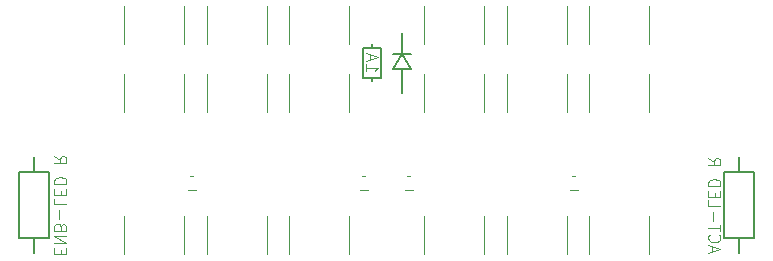
<source format=gbo>
%TF.GenerationSoftware,KiCad,Pcbnew,4.0.7*%
%TF.CreationDate,2017-10-24T10:16:06+09:00*%
%TF.ProjectId,RaSCSI,5261534353492E6B696361645F706362,rev?*%
%TF.FileFunction,Legend,Bot*%
%FSLAX46Y46*%
G04 Gerber Fmt 4.6, Leading zero omitted, Abs format (unit mm)*
G04 Created by KiCad (PCBNEW 4.0.7) date 10/24/17 10:16:06*
%MOMM*%
%LPD*%
G01*
G04 APERTURE LIST*
%ADD10C,0.100000*%
%ADD11C,0.150000*%
%ADD12C,0.120000*%
%ADD13C,1.924000*%
%ADD14C,3.399700*%
%ADD15R,1.050000X1.700000*%
%ADD16R,1.924000X1.924000*%
%ADD17R,1.200000X1.150000*%
%ADD18R,1.600000X1.770000*%
%ADD19R,1.924000X2.100000*%
G04 APERTURE END LIST*
D10*
X178649333Y-108116191D02*
X178649333Y-107640000D01*
X178363619Y-108211429D02*
X179363619Y-107878096D01*
X178363619Y-107544762D01*
X178458857Y-106640000D02*
X178411238Y-106687619D01*
X178363619Y-106830476D01*
X178363619Y-106925714D01*
X178411238Y-107068572D01*
X178506476Y-107163810D01*
X178601714Y-107211429D01*
X178792190Y-107259048D01*
X178935048Y-107259048D01*
X179125524Y-107211429D01*
X179220762Y-107163810D01*
X179316000Y-107068572D01*
X179363619Y-106925714D01*
X179363619Y-106830476D01*
X179316000Y-106687619D01*
X179268381Y-106640000D01*
X179363619Y-106354286D02*
X179363619Y-105782857D01*
X178363619Y-106068572D02*
X179363619Y-106068572D01*
X178744571Y-105449524D02*
X178744571Y-104687619D01*
X178363619Y-103735238D02*
X178363619Y-104211429D01*
X179363619Y-104211429D01*
X178887429Y-103401905D02*
X178887429Y-103068571D01*
X178363619Y-102925714D02*
X178363619Y-103401905D01*
X179363619Y-103401905D01*
X179363619Y-102925714D01*
X178363619Y-102497143D02*
X179363619Y-102497143D01*
X179363619Y-102259048D01*
X179316000Y-102116190D01*
X179220762Y-102020952D01*
X179125524Y-101973333D01*
X178935048Y-101925714D01*
X178792190Y-101925714D01*
X178601714Y-101973333D01*
X178506476Y-102020952D01*
X178411238Y-102116190D01*
X178363619Y-102259048D01*
X178363619Y-102497143D01*
X178363619Y-100163809D02*
X178839810Y-100497143D01*
X178363619Y-100735238D02*
X179363619Y-100735238D01*
X179363619Y-100354285D01*
X179316000Y-100259047D01*
X179268381Y-100211428D01*
X179173143Y-100163809D01*
X179030286Y-100163809D01*
X178935048Y-100211428D01*
X178887429Y-100259047D01*
X178839810Y-100354285D01*
X178839810Y-100735238D01*
X149407619Y-92217857D02*
X149407619Y-92789286D01*
X149407619Y-92503572D02*
X150407619Y-92503572D01*
X150264762Y-92598810D01*
X150169524Y-92694048D01*
X150121905Y-92789286D01*
X149693333Y-91836905D02*
X149693333Y-91360714D01*
X149407619Y-91932143D02*
X150407619Y-91598810D01*
X149407619Y-91265476D01*
X123515429Y-108235238D02*
X123515429Y-107901904D01*
X122991619Y-107759047D02*
X122991619Y-108235238D01*
X123991619Y-108235238D01*
X123991619Y-107759047D01*
X122991619Y-107330476D02*
X123991619Y-107330476D01*
X122991619Y-106759047D01*
X123991619Y-106759047D01*
X123515429Y-105949523D02*
X123467810Y-105806666D01*
X123420190Y-105759047D01*
X123324952Y-105711428D01*
X123182095Y-105711428D01*
X123086857Y-105759047D01*
X123039238Y-105806666D01*
X122991619Y-105901904D01*
X122991619Y-106282857D01*
X123991619Y-106282857D01*
X123991619Y-105949523D01*
X123944000Y-105854285D01*
X123896381Y-105806666D01*
X123801143Y-105759047D01*
X123705905Y-105759047D01*
X123610667Y-105806666D01*
X123563048Y-105854285D01*
X123515429Y-105949523D01*
X123515429Y-106282857D01*
X123372571Y-105282857D02*
X123372571Y-104520952D01*
X122991619Y-103568571D02*
X122991619Y-104044762D01*
X123991619Y-104044762D01*
X123515429Y-103235238D02*
X123515429Y-102901904D01*
X122991619Y-102759047D02*
X122991619Y-103235238D01*
X123991619Y-103235238D01*
X123991619Y-102759047D01*
X122991619Y-102330476D02*
X123991619Y-102330476D01*
X123991619Y-102092381D01*
X123944000Y-101949523D01*
X123848762Y-101854285D01*
X123753524Y-101806666D01*
X123563048Y-101759047D01*
X123420190Y-101759047D01*
X123229714Y-101806666D01*
X123134476Y-101854285D01*
X123039238Y-101949523D01*
X122991619Y-102092381D01*
X122991619Y-102330476D01*
X122991619Y-99997142D02*
X123467810Y-100330476D01*
X122991619Y-100568571D02*
X123991619Y-100568571D01*
X123991619Y-100187618D01*
X123944000Y-100092380D01*
X123896381Y-100044761D01*
X123801143Y-99997142D01*
X123658286Y-99997142D01*
X123563048Y-100044761D01*
X123515429Y-100092380D01*
X123467810Y-100187618D01*
X123467810Y-100568571D01*
X128905000Y-105080000D02*
X128905000Y-108280000D01*
X133985000Y-105080000D02*
X133985000Y-108280000D01*
D11*
X152400000Y-92583000D02*
X152400000Y-94615000D01*
X152400000Y-89535000D02*
X152400000Y-91313000D01*
X153162000Y-91313000D02*
X151638000Y-91313000D01*
X152400000Y-91313000D02*
X153162000Y-92583000D01*
X153162000Y-92583000D02*
X151638000Y-92583000D01*
X151638000Y-92583000D02*
X152400000Y-91313000D01*
X179705000Y-106934000D02*
X179705000Y-101346000D01*
X182245000Y-101346000D02*
X182245000Y-106934000D01*
X182245000Y-101346000D02*
X179705000Y-101346000D01*
X182245000Y-106934000D02*
X179705000Y-106934000D01*
X180975000Y-108204000D02*
X180975000Y-106934000D01*
X180975000Y-101346000D02*
X180975000Y-100076000D01*
D12*
X166655000Y-102835000D02*
X167355000Y-102835000D01*
X167355000Y-101635000D02*
X166655000Y-101635000D01*
X152685000Y-102835000D02*
X153385000Y-102835000D01*
X153385000Y-101635000D02*
X152685000Y-101635000D01*
X149575000Y-101635000D02*
X148875000Y-101635000D01*
X148875000Y-102835000D02*
X149575000Y-102835000D01*
X134970000Y-101635000D02*
X134270000Y-101635000D01*
X134270000Y-102835000D02*
X134970000Y-102835000D01*
D11*
X149860000Y-93345000D02*
X149860000Y-93853000D01*
X149860000Y-90805000D02*
X149860000Y-90297000D01*
X150622000Y-90805000D02*
X149098000Y-90805000D01*
X150622000Y-90805000D02*
X150622000Y-93345000D01*
X150622000Y-93345000D02*
X149098000Y-93345000D01*
X149098000Y-93345000D02*
X149098000Y-90805000D01*
X120015000Y-106934000D02*
X120015000Y-101346000D01*
X122555000Y-101346000D02*
X122555000Y-106934000D01*
X122555000Y-101346000D02*
X120015000Y-101346000D01*
X122555000Y-106934000D02*
X120015000Y-106934000D01*
X121285000Y-108204000D02*
X121285000Y-106934000D01*
X121285000Y-101346000D02*
X121285000Y-100076000D01*
D10*
X135890000Y-105080000D02*
X135890000Y-108280000D01*
X140970000Y-105080000D02*
X140970000Y-108280000D01*
X142875000Y-105080000D02*
X142875000Y-108280000D01*
X147955000Y-105080000D02*
X147955000Y-108280000D01*
X168275000Y-105080000D02*
X168275000Y-108280000D01*
X173355000Y-105080000D02*
X173355000Y-108280000D01*
X161290000Y-105080000D02*
X161290000Y-108280000D01*
X166370000Y-105080000D02*
X166370000Y-108280000D01*
X140970000Y-96215000D02*
X140970000Y-93015000D01*
X135890000Y-96215000D02*
X135890000Y-93015000D01*
X147955000Y-90500000D02*
X147955000Y-87300000D01*
X142875000Y-90500000D02*
X142875000Y-87300000D01*
X133985000Y-96215000D02*
X133985000Y-93015000D01*
X128905000Y-96215000D02*
X128905000Y-93015000D01*
X140970000Y-90500000D02*
X140970000Y-87300000D01*
X135890000Y-90500000D02*
X135890000Y-87300000D01*
X168275000Y-93015000D02*
X168275000Y-96215000D01*
X173355000Y-93015000D02*
X173355000Y-96215000D01*
X168275000Y-87300000D02*
X168275000Y-90500000D01*
X173355000Y-87300000D02*
X173355000Y-90500000D01*
X161290000Y-93015000D02*
X161290000Y-96215000D01*
X166370000Y-93015000D02*
X166370000Y-96215000D01*
X161290000Y-87300000D02*
X161290000Y-90500000D01*
X166370000Y-87300000D02*
X166370000Y-90500000D01*
X154305000Y-93015000D02*
X154305000Y-96215000D01*
X159385000Y-93015000D02*
X159385000Y-96215000D01*
X154305000Y-87300000D02*
X154305000Y-90500000D01*
X159385000Y-87300000D02*
X159385000Y-90500000D01*
X154305000Y-105080000D02*
X154305000Y-108280000D01*
X159385000Y-105080000D02*
X159385000Y-108280000D01*
X147955000Y-96215000D02*
X147955000Y-93015000D01*
X142875000Y-96215000D02*
X142875000Y-93015000D01*
X133985000Y-90500000D02*
X133985000Y-87300000D01*
X128905000Y-90500000D02*
X128905000Y-87300000D01*
%LPC*%
D13*
X137030000Y-71000000D03*
X138300000Y-72910000D03*
X139570000Y-71000000D03*
X140840000Y-72910000D03*
X142110000Y-71000000D03*
X143380000Y-72910000D03*
X144650000Y-71000000D03*
X145920000Y-72910000D03*
X147190000Y-71000000D03*
X148460000Y-72910000D03*
X149730000Y-71000000D03*
X151000000Y-72910000D03*
X152270000Y-71000000D03*
X153540000Y-72910000D03*
X135760000Y-72910000D03*
X154810000Y-71000000D03*
X156080000Y-72910000D03*
X157350000Y-71000000D03*
X158620000Y-72910000D03*
X159890000Y-71000000D03*
X161160000Y-72910000D03*
X162430000Y-71000000D03*
X163700000Y-72910000D03*
X164970000Y-71000000D03*
X166240000Y-72910000D03*
X135760000Y-69090000D03*
X137030000Y-67180000D03*
X138300000Y-69090000D03*
X139570000Y-67180000D03*
X140840000Y-69090000D03*
X142110000Y-67180000D03*
X143380000Y-69090000D03*
X144650000Y-67180000D03*
X145920000Y-69090000D03*
X147190000Y-67180000D03*
X148460000Y-69090000D03*
X149730000Y-67180000D03*
X151000000Y-69090000D03*
X152270000Y-67180000D03*
X153540000Y-69090000D03*
X154810000Y-67180000D03*
X156080000Y-69090000D03*
X157350000Y-67180000D03*
X158620000Y-69090000D03*
X159890000Y-67180000D03*
X161160000Y-69090000D03*
X162430000Y-67180000D03*
X163700000Y-69090000D03*
X164970000Y-67180000D03*
X166240000Y-69090000D03*
D14*
X180000000Y-115500000D03*
D15*
X133350000Y-104930000D03*
X132080000Y-104930000D03*
X130810000Y-104930000D03*
X129540000Y-104930000D03*
X133350000Y-108430000D03*
X132080000Y-108430000D03*
X130810000Y-108430000D03*
X129540000Y-108430000D03*
D13*
X152400000Y-95885000D03*
X152400000Y-88265000D03*
X180975000Y-109220000D03*
X180975000Y-99060000D03*
D16*
X175130000Y-114210000D03*
D13*
X175130000Y-116750000D03*
X172590000Y-114210000D03*
X172590000Y-116750000D03*
X170050000Y-114210000D03*
X170050000Y-116750000D03*
X167510000Y-114210000D03*
X167510000Y-116750000D03*
X164970000Y-114210000D03*
X164970000Y-116750000D03*
X162430000Y-114210000D03*
X162430000Y-116750000D03*
X159890000Y-114210000D03*
X159890000Y-116750000D03*
X157350000Y-114210000D03*
X157350000Y-116750000D03*
X154810000Y-114210000D03*
X154810000Y-116750000D03*
X152270000Y-114210000D03*
X152270000Y-116750000D03*
X149730000Y-114210000D03*
X149730000Y-116750000D03*
X147190000Y-114210000D03*
X147190000Y-116750000D03*
X144650000Y-114210000D03*
X144650000Y-116750000D03*
X142110000Y-114210000D03*
X142110000Y-116750000D03*
X139570000Y-114210000D03*
X139570000Y-116750000D03*
X137030000Y-114210000D03*
X137030000Y-116750000D03*
X134490000Y-114210000D03*
X134490000Y-116750000D03*
X131950000Y-114210000D03*
X131950000Y-116750000D03*
X129410000Y-114210000D03*
X129410000Y-116750000D03*
X126870000Y-114210000D03*
X126870000Y-116750000D03*
D17*
X166255000Y-102235000D03*
X167755000Y-102235000D03*
X152285000Y-102235000D03*
X153785000Y-102235000D03*
X149975000Y-102235000D03*
X148475000Y-102235000D03*
X135370000Y-102235000D03*
X133870000Y-102235000D03*
D13*
X180975000Y-93345000D03*
X180975000Y-90805000D03*
X149860000Y-94615000D03*
X149860000Y-89535000D03*
X121285000Y-109220000D03*
X121285000Y-99060000D03*
D18*
X180975000Y-73575000D03*
X180975000Y-71205000D03*
X121285000Y-73575000D03*
X121285000Y-71205000D03*
D15*
X140335000Y-104930000D03*
X139065000Y-104930000D03*
X137795000Y-104930000D03*
X136525000Y-104930000D03*
X140335000Y-108430000D03*
X139065000Y-108430000D03*
X137795000Y-108430000D03*
X136525000Y-108430000D03*
X147320000Y-104930000D03*
X146050000Y-104930000D03*
X144780000Y-104930000D03*
X143510000Y-104930000D03*
X147320000Y-108430000D03*
X146050000Y-108430000D03*
X144780000Y-108430000D03*
X143510000Y-108430000D03*
X172720000Y-104930000D03*
X171450000Y-104930000D03*
X170180000Y-104930000D03*
X168910000Y-104930000D03*
X172720000Y-108430000D03*
X171450000Y-108430000D03*
X170180000Y-108430000D03*
X168910000Y-108430000D03*
X165735000Y-104930000D03*
X164465000Y-104930000D03*
X163195000Y-104930000D03*
X161925000Y-104930000D03*
X165735000Y-108430000D03*
X164465000Y-108430000D03*
X163195000Y-108430000D03*
X161925000Y-108430000D03*
X136525000Y-96365000D03*
X137795000Y-96365000D03*
X139065000Y-96365000D03*
X140335000Y-96365000D03*
X136525000Y-92865000D03*
X137795000Y-92865000D03*
X139065000Y-92865000D03*
X140335000Y-92865000D03*
X143510000Y-90650000D03*
X144780000Y-90650000D03*
X146050000Y-90650000D03*
X147320000Y-90650000D03*
X143510000Y-87150000D03*
X144780000Y-87150000D03*
X146050000Y-87150000D03*
X147320000Y-87150000D03*
X129540000Y-96365000D03*
X130810000Y-96365000D03*
X132080000Y-96365000D03*
X133350000Y-96365000D03*
X129540000Y-92865000D03*
X130810000Y-92865000D03*
X132080000Y-92865000D03*
X133350000Y-92865000D03*
X136525000Y-90650000D03*
X137795000Y-90650000D03*
X139065000Y-90650000D03*
X140335000Y-90650000D03*
X136525000Y-87150000D03*
X137795000Y-87150000D03*
X139065000Y-87150000D03*
X140335000Y-87150000D03*
X172720000Y-92865000D03*
X171450000Y-92865000D03*
X170180000Y-92865000D03*
X168910000Y-92865000D03*
X172720000Y-96365000D03*
X171450000Y-96365000D03*
X170180000Y-96365000D03*
X168910000Y-96365000D03*
X172720000Y-87150000D03*
X171450000Y-87150000D03*
X170180000Y-87150000D03*
X168910000Y-87150000D03*
X172720000Y-90650000D03*
X171450000Y-90650000D03*
X170180000Y-90650000D03*
X168910000Y-90650000D03*
X165735000Y-92865000D03*
X164465000Y-92865000D03*
X163195000Y-92865000D03*
X161925000Y-92865000D03*
X165735000Y-96365000D03*
X164465000Y-96365000D03*
X163195000Y-96365000D03*
X161925000Y-96365000D03*
X165735000Y-87150000D03*
X164465000Y-87150000D03*
X163195000Y-87150000D03*
X161925000Y-87150000D03*
X165735000Y-90650000D03*
X164465000Y-90650000D03*
X163195000Y-90650000D03*
X161925000Y-90650000D03*
X158750000Y-92865000D03*
X157480000Y-92865000D03*
X156210000Y-92865000D03*
X154940000Y-92865000D03*
X158750000Y-96365000D03*
X157480000Y-96365000D03*
X156210000Y-96365000D03*
X154940000Y-96365000D03*
X158750000Y-87150000D03*
X157480000Y-87150000D03*
X156210000Y-87150000D03*
X154940000Y-87150000D03*
X158750000Y-90650000D03*
X157480000Y-90650000D03*
X156210000Y-90650000D03*
X154940000Y-90650000D03*
X158750000Y-104930000D03*
X157480000Y-104930000D03*
X156210000Y-104930000D03*
X154940000Y-104930000D03*
X158750000Y-108430000D03*
X157480000Y-108430000D03*
X156210000Y-108430000D03*
X154940000Y-108430000D03*
X143510000Y-96365000D03*
X144780000Y-96365000D03*
X146050000Y-96365000D03*
X147320000Y-96365000D03*
X143510000Y-92865000D03*
X144780000Y-92865000D03*
X146050000Y-92865000D03*
X147320000Y-92865000D03*
X129540000Y-90650000D03*
X130810000Y-90650000D03*
X132080000Y-90650000D03*
X133350000Y-90650000D03*
X129540000Y-87150000D03*
X130810000Y-87150000D03*
X132080000Y-87150000D03*
X133350000Y-87150000D03*
D19*
X180975000Y-102908000D03*
X180975000Y-105372000D03*
X121285000Y-102908000D03*
X121285000Y-105372000D03*
D14*
X122000000Y-115500000D03*
X122000000Y-66500000D03*
X180000000Y-66500000D03*
D16*
X120650000Y-81915000D03*
D13*
X120650000Y-79375000D03*
X123190000Y-81915000D03*
X123190000Y-79375000D03*
X125730000Y-81915000D03*
X125730000Y-79375000D03*
X128270000Y-81915000D03*
X128270000Y-79375000D03*
X130810000Y-81915000D03*
X130810000Y-79375000D03*
X133350000Y-81915000D03*
X133350000Y-79375000D03*
X135890000Y-81915000D03*
X135890000Y-79375000D03*
X138430000Y-81915000D03*
X138430000Y-79375000D03*
X140970000Y-81915000D03*
X140970000Y-79375000D03*
X143510000Y-81915000D03*
X143510000Y-79375000D03*
X146050000Y-81915000D03*
X146050000Y-79375000D03*
X148590000Y-81915000D03*
X148590000Y-79375000D03*
X151130000Y-81915000D03*
X151130000Y-79375000D03*
X153670000Y-81915000D03*
X153670000Y-79375000D03*
X156210000Y-81915000D03*
X156210000Y-79375000D03*
X158750000Y-81915000D03*
X158750000Y-79375000D03*
X161290000Y-81915000D03*
X161290000Y-79375000D03*
X163830000Y-81915000D03*
X163830000Y-79375000D03*
X166370000Y-81915000D03*
X166370000Y-79375000D03*
X168910000Y-81915000D03*
X168910000Y-79375000D03*
X171450000Y-81915000D03*
X171450000Y-79375000D03*
X173990000Y-81915000D03*
X173990000Y-79375000D03*
X176530000Y-81915000D03*
X176530000Y-79375000D03*
X179070000Y-81915000D03*
X179070000Y-79375000D03*
X181610000Y-81915000D03*
X181610000Y-79375000D03*
M02*

</source>
